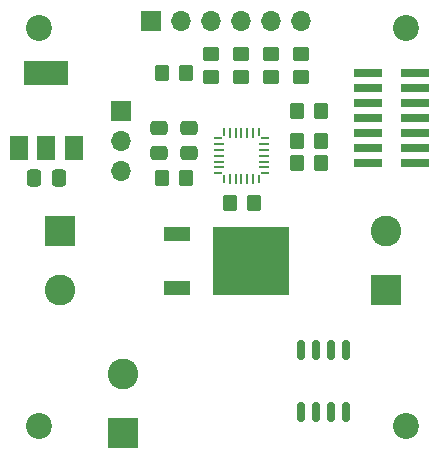
<source format=gts>
G04 #@! TF.GenerationSoftware,KiCad,Pcbnew,(6.0.7)*
G04 #@! TF.CreationDate,2022-08-26T11:00:59+03:00*
G04 #@! TF.ProjectId,DiLight_1.1,44694c69-6768-4745-9f31-2e312e6b6963,rev?*
G04 #@! TF.SameCoordinates,Original*
G04 #@! TF.FileFunction,Soldermask,Top*
G04 #@! TF.FilePolarity,Negative*
%FSLAX46Y46*%
G04 Gerber Fmt 4.6, Leading zero omitted, Abs format (unit mm)*
G04 Created by KiCad (PCBNEW (6.0.7)) date 2022-08-26 11:00:59*
%MOMM*%
%LPD*%
G01*
G04 APERTURE LIST*
G04 Aperture macros list*
%AMRoundRect*
0 Rectangle with rounded corners*
0 $1 Rounding radius*
0 $2 $3 $4 $5 $6 $7 $8 $9 X,Y pos of 4 corners*
0 Add a 4 corners polygon primitive as box body*
4,1,4,$2,$3,$4,$5,$6,$7,$8,$9,$2,$3,0*
0 Add four circle primitives for the rounded corners*
1,1,$1+$1,$2,$3*
1,1,$1+$1,$4,$5*
1,1,$1+$1,$6,$7*
1,1,$1+$1,$8,$9*
0 Add four rect primitives between the rounded corners*
20,1,$1+$1,$2,$3,$4,$5,0*
20,1,$1+$1,$4,$5,$6,$7,0*
20,1,$1+$1,$6,$7,$8,$9,0*
20,1,$1+$1,$8,$9,$2,$3,0*%
%AMFreePoly0*
4,1,14,0.230680,0.111820,0.364320,-0.021821,0.377500,-0.053642,0.377500,-0.080000,0.364320,-0.111820,0.332500,-0.125000,-0.332500,-0.125000,-0.364320,-0.111820,-0.377500,-0.080000,-0.377500,0.080000,-0.364320,0.111820,-0.332500,0.125000,0.198860,0.125000,0.230680,0.111820,0.230680,0.111820,$1*%
%AMFreePoly1*
4,1,14,0.364320,0.111820,0.377500,0.080000,0.377501,0.053640,0.364318,0.021819,0.230680,-0.111820,0.198860,-0.125000,-0.332500,-0.125000,-0.364320,-0.111820,-0.377500,-0.080000,-0.377500,0.080000,-0.364320,0.111820,-0.332500,0.125000,0.332500,0.125000,0.364320,0.111820,0.364320,0.111820,$1*%
%AMFreePoly2*
4,1,15,0.053642,0.377500,0.080000,0.377500,0.111820,0.364320,0.125000,0.332500,0.125000,-0.332500,0.111820,-0.364320,0.080000,-0.377500,-0.080000,-0.377500,-0.111820,-0.364320,-0.125000,-0.332500,-0.125000,0.198860,-0.111820,0.230680,0.021820,0.364320,0.053640,0.377501,0.053642,0.377500,0.053642,0.377500,$1*%
%AMFreePoly3*
4,1,14,-0.021820,0.364320,0.111820,0.230679,0.125000,0.198858,0.125000,-0.332500,0.111820,-0.364320,0.080000,-0.377500,-0.080000,-0.377500,-0.111820,-0.364320,-0.125000,-0.332500,-0.125000,0.332500,-0.111820,0.364320,-0.080000,0.377500,-0.053640,0.377500,-0.021820,0.364320,-0.021820,0.364320,$1*%
%AMFreePoly4*
4,1,14,0.364320,0.111820,0.377500,0.080000,0.377500,-0.080000,0.364320,-0.111820,0.332500,-0.125000,-0.198860,-0.125001,-0.230681,-0.111818,-0.364320,0.021820,-0.377500,0.053640,-0.377500,0.080000,-0.364320,0.111820,-0.332500,0.125000,0.332500,0.125000,0.364320,0.111820,0.364320,0.111820,$1*%
%AMFreePoly5*
4,1,15,-0.198858,0.125000,0.332500,0.125000,0.364320,0.111820,0.377500,0.080000,0.377500,-0.080000,0.364320,-0.111820,0.332500,-0.125000,-0.332500,-0.125000,-0.364320,-0.111820,-0.377500,-0.080000,-0.377500,-0.053640,-0.364320,-0.021820,-0.230680,0.111820,-0.198860,0.125001,-0.198858,0.125000,-0.198858,0.125000,$1*%
%AMFreePoly6*
4,1,14,0.111820,0.364320,0.125000,0.332500,0.125001,-0.198860,0.111818,-0.230681,-0.021820,-0.364320,-0.053640,-0.377500,-0.080000,-0.377500,-0.111820,-0.364320,-0.125000,-0.332500,-0.125000,0.332500,-0.111820,0.364320,-0.080000,0.377500,0.080000,0.377500,0.111820,0.364320,0.111820,0.364320,$1*%
%AMFreePoly7*
4,1,14,0.111820,0.364320,0.125000,0.332500,0.125000,-0.332500,0.111820,-0.364320,0.080000,-0.377500,0.053640,-0.377501,0.021819,-0.364318,-0.111820,-0.230680,-0.125000,-0.198860,-0.125000,0.332500,-0.111820,0.364320,-0.080000,0.377500,0.080000,0.377500,0.111820,0.364320,0.111820,0.364320,$1*%
G04 Aperture macros list end*
%ADD10RoundRect,0.250000X-0.475000X0.337500X-0.475000X-0.337500X0.475000X-0.337500X0.475000X0.337500X0*%
%ADD11RoundRect,0.250000X-0.350000X-0.450000X0.350000X-0.450000X0.350000X0.450000X-0.350000X0.450000X0*%
%ADD12C,2.200000*%
%ADD13RoundRect,0.250000X0.337500X0.475000X-0.337500X0.475000X-0.337500X-0.475000X0.337500X-0.475000X0*%
%ADD14R,1.500000X2.000000*%
%ADD15R,3.800000X2.000000*%
%ADD16RoundRect,0.250000X0.450000X-0.350000X0.450000X0.350000X-0.450000X0.350000X-0.450000X-0.350000X0*%
%ADD17R,1.700000X1.700000*%
%ADD18O,1.700000X1.700000*%
%ADD19R,2.200000X1.200000*%
%ADD20R,6.400000X5.800000*%
%ADD21R,2.600000X2.600000*%
%ADD22C,2.600000*%
%ADD23FreePoly0,0.000000*%
%ADD24RoundRect,0.062500X-0.375000X-0.062500X0.375000X-0.062500X0.375000X0.062500X-0.375000X0.062500X0*%
%ADD25FreePoly1,0.000000*%
%ADD26FreePoly2,0.000000*%
%ADD27RoundRect,0.062500X-0.062500X-0.375000X0.062500X-0.375000X0.062500X0.375000X-0.062500X0.375000X0*%
%ADD28FreePoly3,0.000000*%
%ADD29FreePoly4,0.000000*%
%ADD30FreePoly5,0.000000*%
%ADD31FreePoly6,0.000000*%
%ADD32FreePoly7,0.000000*%
%ADD33RoundRect,0.250000X0.350000X0.450000X-0.350000X0.450000X-0.350000X-0.450000X0.350000X-0.450000X0*%
%ADD34RoundRect,0.150000X-0.150000X0.675000X-0.150000X-0.675000X0.150000X-0.675000X0.150000X0.675000X0*%
%ADD35R,2.400000X0.740000*%
G04 APERTURE END LIST*
D10*
X27305000Y-25632500D03*
X27305000Y-27707500D03*
D11*
X39005000Y-24130000D03*
X41005000Y-24130000D03*
D12*
X17145000Y-50800000D03*
D13*
X18817500Y-29845000D03*
X16742500Y-29845000D03*
D14*
X15480000Y-27280000D03*
X17780000Y-27280000D03*
D15*
X17780000Y-20980000D03*
D14*
X20080000Y-27280000D03*
D11*
X27575000Y-20955000D03*
X29575000Y-20955000D03*
D12*
X48260000Y-50800000D03*
D16*
X34290000Y-21320000D03*
X34290000Y-19320000D03*
D17*
X26670000Y-16510000D03*
D18*
X29210000Y-16510000D03*
X31750000Y-16510000D03*
X34290000Y-16510000D03*
X36830000Y-16510000D03*
X39370000Y-16510000D03*
D11*
X27575000Y-29845000D03*
X29575000Y-29845000D03*
D16*
X36830000Y-21320000D03*
X36830000Y-19320000D03*
D12*
X48260000Y-17145000D03*
D17*
X24130000Y-24130000D03*
D18*
X24130000Y-26670000D03*
X24130000Y-29210000D03*
D19*
X28820000Y-34550000D03*
D20*
X35120000Y-36830000D03*
D19*
X28820000Y-39110000D03*
D21*
X18915000Y-34330000D03*
D22*
X18915000Y-39330000D03*
D21*
X46490000Y-39330000D03*
D22*
X46490000Y-34330000D03*
D10*
X29845000Y-25632500D03*
X29845000Y-27707500D03*
D11*
X39005000Y-28575000D03*
X41005000Y-28575000D03*
D21*
X24265000Y-51395000D03*
D22*
X24265000Y-46395000D03*
D16*
X39370000Y-21320000D03*
X39370000Y-19320000D03*
D23*
X32292500Y-26440000D03*
D24*
X32352500Y-26940000D03*
X32352500Y-27440000D03*
X32352500Y-27940000D03*
X32352500Y-28440000D03*
X32352500Y-28940000D03*
D25*
X32292500Y-29440000D03*
D26*
X32790000Y-29937500D03*
D27*
X33290000Y-29877500D03*
X33790000Y-29877500D03*
X34290000Y-29877500D03*
X34790000Y-29877500D03*
X35290000Y-29877500D03*
D28*
X35790000Y-29937500D03*
D29*
X36287500Y-29440000D03*
D24*
X36227500Y-28940000D03*
X36227500Y-28440000D03*
X36227500Y-27940000D03*
X36227500Y-27440000D03*
X36227500Y-26940000D03*
D30*
X36287500Y-26440000D03*
D31*
X35790000Y-25942500D03*
D27*
X35290000Y-26002500D03*
X34790000Y-26002500D03*
X34290000Y-26002500D03*
X33790000Y-26002500D03*
X33290000Y-26002500D03*
D32*
X32790000Y-25942500D03*
D33*
X35307381Y-31913878D03*
X33307381Y-31913878D03*
D34*
X39370000Y-44365000D03*
X43180000Y-49615000D03*
X40640000Y-49615000D03*
X41910000Y-49615000D03*
X39370000Y-49615000D03*
X43180000Y-44365000D03*
X40640000Y-44365000D03*
X41910000Y-44365000D03*
D12*
X17145000Y-17145000D03*
D35*
X48940000Y-28575000D03*
X45040000Y-28575000D03*
X48940000Y-27305000D03*
X45040000Y-27305000D03*
X48940000Y-26035000D03*
X45040000Y-26035000D03*
X48940000Y-24765000D03*
X45040000Y-24765000D03*
X48940000Y-23495000D03*
X45040000Y-23495000D03*
X48940000Y-22225000D03*
X45040000Y-22225000D03*
X48940000Y-20955000D03*
X45040000Y-20955000D03*
D11*
X39005000Y-26670000D03*
X41005000Y-26670000D03*
D16*
X31750000Y-21320000D03*
X31750000Y-19320000D03*
M02*

</source>
